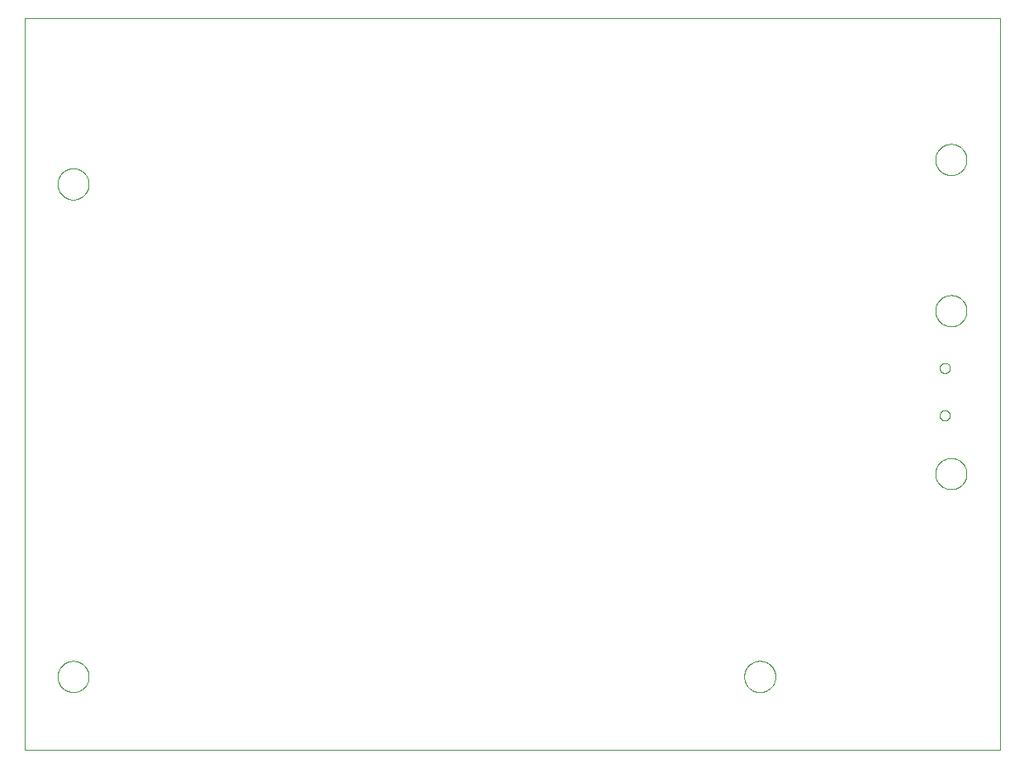
<source format=gko>
G04 EAGLE Gerber RS-274X export*
G75*
%MOMM*%
%FSLAX34Y34*%
%LPD*%
%INOutline*%
%IPPOS*%
%AMOC8*
5,1,8,0,0,1.08239X$1,22.5*%
G01*
%ADD10C,0.000000*%


D10*
X0Y0D02*
X1000000Y0D01*
X1000000Y750000D01*
X0Y750000D01*
X0Y0D01*
X34000Y75000D02*
X34005Y75393D01*
X34019Y75785D01*
X34043Y76177D01*
X34077Y76568D01*
X34120Y76959D01*
X34173Y77348D01*
X34236Y77735D01*
X34307Y78121D01*
X34389Y78506D01*
X34479Y78888D01*
X34580Y79267D01*
X34689Y79645D01*
X34808Y80019D01*
X34935Y80390D01*
X35072Y80758D01*
X35218Y81123D01*
X35373Y81484D01*
X35536Y81841D01*
X35708Y82194D01*
X35889Y82542D01*
X36079Y82886D01*
X36276Y83226D01*
X36482Y83560D01*
X36696Y83889D01*
X36919Y84213D01*
X37149Y84531D01*
X37386Y84844D01*
X37632Y85150D01*
X37885Y85451D01*
X38145Y85745D01*
X38412Y86033D01*
X38686Y86314D01*
X38967Y86588D01*
X39255Y86855D01*
X39549Y87115D01*
X39850Y87368D01*
X40156Y87614D01*
X40469Y87851D01*
X40787Y88081D01*
X41111Y88304D01*
X41440Y88518D01*
X41774Y88724D01*
X42114Y88921D01*
X42458Y89111D01*
X42806Y89292D01*
X43159Y89464D01*
X43516Y89627D01*
X43877Y89782D01*
X44242Y89928D01*
X44610Y90065D01*
X44981Y90192D01*
X45355Y90311D01*
X45733Y90420D01*
X46112Y90521D01*
X46494Y90611D01*
X46879Y90693D01*
X47265Y90764D01*
X47652Y90827D01*
X48041Y90880D01*
X48432Y90923D01*
X48823Y90957D01*
X49215Y90981D01*
X49607Y90995D01*
X50000Y91000D01*
X50393Y90995D01*
X50785Y90981D01*
X51177Y90957D01*
X51568Y90923D01*
X51959Y90880D01*
X52348Y90827D01*
X52735Y90764D01*
X53121Y90693D01*
X53506Y90611D01*
X53888Y90521D01*
X54267Y90420D01*
X54645Y90311D01*
X55019Y90192D01*
X55390Y90065D01*
X55758Y89928D01*
X56123Y89782D01*
X56484Y89627D01*
X56841Y89464D01*
X57194Y89292D01*
X57542Y89111D01*
X57886Y88921D01*
X58226Y88724D01*
X58560Y88518D01*
X58889Y88304D01*
X59213Y88081D01*
X59531Y87851D01*
X59844Y87614D01*
X60150Y87368D01*
X60451Y87115D01*
X60745Y86855D01*
X61033Y86588D01*
X61314Y86314D01*
X61588Y86033D01*
X61855Y85745D01*
X62115Y85451D01*
X62368Y85150D01*
X62614Y84844D01*
X62851Y84531D01*
X63081Y84213D01*
X63304Y83889D01*
X63518Y83560D01*
X63724Y83226D01*
X63921Y82886D01*
X64111Y82542D01*
X64292Y82194D01*
X64464Y81841D01*
X64627Y81484D01*
X64782Y81123D01*
X64928Y80758D01*
X65065Y80390D01*
X65192Y80019D01*
X65311Y79645D01*
X65420Y79267D01*
X65521Y78888D01*
X65611Y78506D01*
X65693Y78121D01*
X65764Y77735D01*
X65827Y77348D01*
X65880Y76959D01*
X65923Y76568D01*
X65957Y76177D01*
X65981Y75785D01*
X65995Y75393D01*
X66000Y75000D01*
X65995Y74607D01*
X65981Y74215D01*
X65957Y73823D01*
X65923Y73432D01*
X65880Y73041D01*
X65827Y72652D01*
X65764Y72265D01*
X65693Y71879D01*
X65611Y71494D01*
X65521Y71112D01*
X65420Y70733D01*
X65311Y70355D01*
X65192Y69981D01*
X65065Y69610D01*
X64928Y69242D01*
X64782Y68877D01*
X64627Y68516D01*
X64464Y68159D01*
X64292Y67806D01*
X64111Y67458D01*
X63921Y67114D01*
X63724Y66774D01*
X63518Y66440D01*
X63304Y66111D01*
X63081Y65787D01*
X62851Y65469D01*
X62614Y65156D01*
X62368Y64850D01*
X62115Y64549D01*
X61855Y64255D01*
X61588Y63967D01*
X61314Y63686D01*
X61033Y63412D01*
X60745Y63145D01*
X60451Y62885D01*
X60150Y62632D01*
X59844Y62386D01*
X59531Y62149D01*
X59213Y61919D01*
X58889Y61696D01*
X58560Y61482D01*
X58226Y61276D01*
X57886Y61079D01*
X57542Y60889D01*
X57194Y60708D01*
X56841Y60536D01*
X56484Y60373D01*
X56123Y60218D01*
X55758Y60072D01*
X55390Y59935D01*
X55019Y59808D01*
X54645Y59689D01*
X54267Y59580D01*
X53888Y59479D01*
X53506Y59389D01*
X53121Y59307D01*
X52735Y59236D01*
X52348Y59173D01*
X51959Y59120D01*
X51568Y59077D01*
X51177Y59043D01*
X50785Y59019D01*
X50393Y59005D01*
X50000Y59000D01*
X49607Y59005D01*
X49215Y59019D01*
X48823Y59043D01*
X48432Y59077D01*
X48041Y59120D01*
X47652Y59173D01*
X47265Y59236D01*
X46879Y59307D01*
X46494Y59389D01*
X46112Y59479D01*
X45733Y59580D01*
X45355Y59689D01*
X44981Y59808D01*
X44610Y59935D01*
X44242Y60072D01*
X43877Y60218D01*
X43516Y60373D01*
X43159Y60536D01*
X42806Y60708D01*
X42458Y60889D01*
X42114Y61079D01*
X41774Y61276D01*
X41440Y61482D01*
X41111Y61696D01*
X40787Y61919D01*
X40469Y62149D01*
X40156Y62386D01*
X39850Y62632D01*
X39549Y62885D01*
X39255Y63145D01*
X38967Y63412D01*
X38686Y63686D01*
X38412Y63967D01*
X38145Y64255D01*
X37885Y64549D01*
X37632Y64850D01*
X37386Y65156D01*
X37149Y65469D01*
X36919Y65787D01*
X36696Y66111D01*
X36482Y66440D01*
X36276Y66774D01*
X36079Y67114D01*
X35889Y67458D01*
X35708Y67806D01*
X35536Y68159D01*
X35373Y68516D01*
X35218Y68877D01*
X35072Y69242D01*
X34935Y69610D01*
X34808Y69981D01*
X34689Y70355D01*
X34580Y70733D01*
X34479Y71112D01*
X34389Y71494D01*
X34307Y71879D01*
X34236Y72265D01*
X34173Y72652D01*
X34120Y73041D01*
X34077Y73432D01*
X34043Y73823D01*
X34019Y74215D01*
X34005Y74607D01*
X34000Y75000D01*
X934000Y450000D02*
X934005Y450393D01*
X934019Y450785D01*
X934043Y451177D01*
X934077Y451568D01*
X934120Y451959D01*
X934173Y452348D01*
X934236Y452735D01*
X934307Y453121D01*
X934389Y453506D01*
X934479Y453888D01*
X934580Y454267D01*
X934689Y454645D01*
X934808Y455019D01*
X934935Y455390D01*
X935072Y455758D01*
X935218Y456123D01*
X935373Y456484D01*
X935536Y456841D01*
X935708Y457194D01*
X935889Y457542D01*
X936079Y457886D01*
X936276Y458226D01*
X936482Y458560D01*
X936696Y458889D01*
X936919Y459213D01*
X937149Y459531D01*
X937386Y459844D01*
X937632Y460150D01*
X937885Y460451D01*
X938145Y460745D01*
X938412Y461033D01*
X938686Y461314D01*
X938967Y461588D01*
X939255Y461855D01*
X939549Y462115D01*
X939850Y462368D01*
X940156Y462614D01*
X940469Y462851D01*
X940787Y463081D01*
X941111Y463304D01*
X941440Y463518D01*
X941774Y463724D01*
X942114Y463921D01*
X942458Y464111D01*
X942806Y464292D01*
X943159Y464464D01*
X943516Y464627D01*
X943877Y464782D01*
X944242Y464928D01*
X944610Y465065D01*
X944981Y465192D01*
X945355Y465311D01*
X945733Y465420D01*
X946112Y465521D01*
X946494Y465611D01*
X946879Y465693D01*
X947265Y465764D01*
X947652Y465827D01*
X948041Y465880D01*
X948432Y465923D01*
X948823Y465957D01*
X949215Y465981D01*
X949607Y465995D01*
X950000Y466000D01*
X950393Y465995D01*
X950785Y465981D01*
X951177Y465957D01*
X951568Y465923D01*
X951959Y465880D01*
X952348Y465827D01*
X952735Y465764D01*
X953121Y465693D01*
X953506Y465611D01*
X953888Y465521D01*
X954267Y465420D01*
X954645Y465311D01*
X955019Y465192D01*
X955390Y465065D01*
X955758Y464928D01*
X956123Y464782D01*
X956484Y464627D01*
X956841Y464464D01*
X957194Y464292D01*
X957542Y464111D01*
X957886Y463921D01*
X958226Y463724D01*
X958560Y463518D01*
X958889Y463304D01*
X959213Y463081D01*
X959531Y462851D01*
X959844Y462614D01*
X960150Y462368D01*
X960451Y462115D01*
X960745Y461855D01*
X961033Y461588D01*
X961314Y461314D01*
X961588Y461033D01*
X961855Y460745D01*
X962115Y460451D01*
X962368Y460150D01*
X962614Y459844D01*
X962851Y459531D01*
X963081Y459213D01*
X963304Y458889D01*
X963518Y458560D01*
X963724Y458226D01*
X963921Y457886D01*
X964111Y457542D01*
X964292Y457194D01*
X964464Y456841D01*
X964627Y456484D01*
X964782Y456123D01*
X964928Y455758D01*
X965065Y455390D01*
X965192Y455019D01*
X965311Y454645D01*
X965420Y454267D01*
X965521Y453888D01*
X965611Y453506D01*
X965693Y453121D01*
X965764Y452735D01*
X965827Y452348D01*
X965880Y451959D01*
X965923Y451568D01*
X965957Y451177D01*
X965981Y450785D01*
X965995Y450393D01*
X966000Y450000D01*
X965995Y449607D01*
X965981Y449215D01*
X965957Y448823D01*
X965923Y448432D01*
X965880Y448041D01*
X965827Y447652D01*
X965764Y447265D01*
X965693Y446879D01*
X965611Y446494D01*
X965521Y446112D01*
X965420Y445733D01*
X965311Y445355D01*
X965192Y444981D01*
X965065Y444610D01*
X964928Y444242D01*
X964782Y443877D01*
X964627Y443516D01*
X964464Y443159D01*
X964292Y442806D01*
X964111Y442458D01*
X963921Y442114D01*
X963724Y441774D01*
X963518Y441440D01*
X963304Y441111D01*
X963081Y440787D01*
X962851Y440469D01*
X962614Y440156D01*
X962368Y439850D01*
X962115Y439549D01*
X961855Y439255D01*
X961588Y438967D01*
X961314Y438686D01*
X961033Y438412D01*
X960745Y438145D01*
X960451Y437885D01*
X960150Y437632D01*
X959844Y437386D01*
X959531Y437149D01*
X959213Y436919D01*
X958889Y436696D01*
X958560Y436482D01*
X958226Y436276D01*
X957886Y436079D01*
X957542Y435889D01*
X957194Y435708D01*
X956841Y435536D01*
X956484Y435373D01*
X956123Y435218D01*
X955758Y435072D01*
X955390Y434935D01*
X955019Y434808D01*
X954645Y434689D01*
X954267Y434580D01*
X953888Y434479D01*
X953506Y434389D01*
X953121Y434307D01*
X952735Y434236D01*
X952348Y434173D01*
X951959Y434120D01*
X951568Y434077D01*
X951177Y434043D01*
X950785Y434019D01*
X950393Y434005D01*
X950000Y434000D01*
X949607Y434005D01*
X949215Y434019D01*
X948823Y434043D01*
X948432Y434077D01*
X948041Y434120D01*
X947652Y434173D01*
X947265Y434236D01*
X946879Y434307D01*
X946494Y434389D01*
X946112Y434479D01*
X945733Y434580D01*
X945355Y434689D01*
X944981Y434808D01*
X944610Y434935D01*
X944242Y435072D01*
X943877Y435218D01*
X943516Y435373D01*
X943159Y435536D01*
X942806Y435708D01*
X942458Y435889D01*
X942114Y436079D01*
X941774Y436276D01*
X941440Y436482D01*
X941111Y436696D01*
X940787Y436919D01*
X940469Y437149D01*
X940156Y437386D01*
X939850Y437632D01*
X939549Y437885D01*
X939255Y438145D01*
X938967Y438412D01*
X938686Y438686D01*
X938412Y438967D01*
X938145Y439255D01*
X937885Y439549D01*
X937632Y439850D01*
X937386Y440156D01*
X937149Y440469D01*
X936919Y440787D01*
X936696Y441111D01*
X936482Y441440D01*
X936276Y441774D01*
X936079Y442114D01*
X935889Y442458D01*
X935708Y442806D01*
X935536Y443159D01*
X935373Y443516D01*
X935218Y443877D01*
X935072Y444242D01*
X934935Y444610D01*
X934808Y444981D01*
X934689Y445355D01*
X934580Y445733D01*
X934479Y446112D01*
X934389Y446494D01*
X934307Y446879D01*
X934236Y447265D01*
X934173Y447652D01*
X934120Y448041D01*
X934077Y448432D01*
X934043Y448823D01*
X934019Y449215D01*
X934005Y449607D01*
X934000Y450000D01*
X934000Y283000D02*
X934005Y283393D01*
X934019Y283785D01*
X934043Y284177D01*
X934077Y284568D01*
X934120Y284959D01*
X934173Y285348D01*
X934236Y285735D01*
X934307Y286121D01*
X934389Y286506D01*
X934479Y286888D01*
X934580Y287267D01*
X934689Y287645D01*
X934808Y288019D01*
X934935Y288390D01*
X935072Y288758D01*
X935218Y289123D01*
X935373Y289484D01*
X935536Y289841D01*
X935708Y290194D01*
X935889Y290542D01*
X936079Y290886D01*
X936276Y291226D01*
X936482Y291560D01*
X936696Y291889D01*
X936919Y292213D01*
X937149Y292531D01*
X937386Y292844D01*
X937632Y293150D01*
X937885Y293451D01*
X938145Y293745D01*
X938412Y294033D01*
X938686Y294314D01*
X938967Y294588D01*
X939255Y294855D01*
X939549Y295115D01*
X939850Y295368D01*
X940156Y295614D01*
X940469Y295851D01*
X940787Y296081D01*
X941111Y296304D01*
X941440Y296518D01*
X941774Y296724D01*
X942114Y296921D01*
X942458Y297111D01*
X942806Y297292D01*
X943159Y297464D01*
X943516Y297627D01*
X943877Y297782D01*
X944242Y297928D01*
X944610Y298065D01*
X944981Y298192D01*
X945355Y298311D01*
X945733Y298420D01*
X946112Y298521D01*
X946494Y298611D01*
X946879Y298693D01*
X947265Y298764D01*
X947652Y298827D01*
X948041Y298880D01*
X948432Y298923D01*
X948823Y298957D01*
X949215Y298981D01*
X949607Y298995D01*
X950000Y299000D01*
X950393Y298995D01*
X950785Y298981D01*
X951177Y298957D01*
X951568Y298923D01*
X951959Y298880D01*
X952348Y298827D01*
X952735Y298764D01*
X953121Y298693D01*
X953506Y298611D01*
X953888Y298521D01*
X954267Y298420D01*
X954645Y298311D01*
X955019Y298192D01*
X955390Y298065D01*
X955758Y297928D01*
X956123Y297782D01*
X956484Y297627D01*
X956841Y297464D01*
X957194Y297292D01*
X957542Y297111D01*
X957886Y296921D01*
X958226Y296724D01*
X958560Y296518D01*
X958889Y296304D01*
X959213Y296081D01*
X959531Y295851D01*
X959844Y295614D01*
X960150Y295368D01*
X960451Y295115D01*
X960745Y294855D01*
X961033Y294588D01*
X961314Y294314D01*
X961588Y294033D01*
X961855Y293745D01*
X962115Y293451D01*
X962368Y293150D01*
X962614Y292844D01*
X962851Y292531D01*
X963081Y292213D01*
X963304Y291889D01*
X963518Y291560D01*
X963724Y291226D01*
X963921Y290886D01*
X964111Y290542D01*
X964292Y290194D01*
X964464Y289841D01*
X964627Y289484D01*
X964782Y289123D01*
X964928Y288758D01*
X965065Y288390D01*
X965192Y288019D01*
X965311Y287645D01*
X965420Y287267D01*
X965521Y286888D01*
X965611Y286506D01*
X965693Y286121D01*
X965764Y285735D01*
X965827Y285348D01*
X965880Y284959D01*
X965923Y284568D01*
X965957Y284177D01*
X965981Y283785D01*
X965995Y283393D01*
X966000Y283000D01*
X965995Y282607D01*
X965981Y282215D01*
X965957Y281823D01*
X965923Y281432D01*
X965880Y281041D01*
X965827Y280652D01*
X965764Y280265D01*
X965693Y279879D01*
X965611Y279494D01*
X965521Y279112D01*
X965420Y278733D01*
X965311Y278355D01*
X965192Y277981D01*
X965065Y277610D01*
X964928Y277242D01*
X964782Y276877D01*
X964627Y276516D01*
X964464Y276159D01*
X964292Y275806D01*
X964111Y275458D01*
X963921Y275114D01*
X963724Y274774D01*
X963518Y274440D01*
X963304Y274111D01*
X963081Y273787D01*
X962851Y273469D01*
X962614Y273156D01*
X962368Y272850D01*
X962115Y272549D01*
X961855Y272255D01*
X961588Y271967D01*
X961314Y271686D01*
X961033Y271412D01*
X960745Y271145D01*
X960451Y270885D01*
X960150Y270632D01*
X959844Y270386D01*
X959531Y270149D01*
X959213Y269919D01*
X958889Y269696D01*
X958560Y269482D01*
X958226Y269276D01*
X957886Y269079D01*
X957542Y268889D01*
X957194Y268708D01*
X956841Y268536D01*
X956484Y268373D01*
X956123Y268218D01*
X955758Y268072D01*
X955390Y267935D01*
X955019Y267808D01*
X954645Y267689D01*
X954267Y267580D01*
X953888Y267479D01*
X953506Y267389D01*
X953121Y267307D01*
X952735Y267236D01*
X952348Y267173D01*
X951959Y267120D01*
X951568Y267077D01*
X951177Y267043D01*
X950785Y267019D01*
X950393Y267005D01*
X950000Y267000D01*
X949607Y267005D01*
X949215Y267019D01*
X948823Y267043D01*
X948432Y267077D01*
X948041Y267120D01*
X947652Y267173D01*
X947265Y267236D01*
X946879Y267307D01*
X946494Y267389D01*
X946112Y267479D01*
X945733Y267580D01*
X945355Y267689D01*
X944981Y267808D01*
X944610Y267935D01*
X944242Y268072D01*
X943877Y268218D01*
X943516Y268373D01*
X943159Y268536D01*
X942806Y268708D01*
X942458Y268889D01*
X942114Y269079D01*
X941774Y269276D01*
X941440Y269482D01*
X941111Y269696D01*
X940787Y269919D01*
X940469Y270149D01*
X940156Y270386D01*
X939850Y270632D01*
X939549Y270885D01*
X939255Y271145D01*
X938967Y271412D01*
X938686Y271686D01*
X938412Y271967D01*
X938145Y272255D01*
X937885Y272549D01*
X937632Y272850D01*
X937386Y273156D01*
X937149Y273469D01*
X936919Y273787D01*
X936696Y274111D01*
X936482Y274440D01*
X936276Y274774D01*
X936079Y275114D01*
X935889Y275458D01*
X935708Y275806D01*
X935536Y276159D01*
X935373Y276516D01*
X935218Y276877D01*
X935072Y277242D01*
X934935Y277610D01*
X934808Y277981D01*
X934689Y278355D01*
X934580Y278733D01*
X934479Y279112D01*
X934389Y279494D01*
X934307Y279879D01*
X934236Y280265D01*
X934173Y280652D01*
X934120Y281041D01*
X934077Y281432D01*
X934043Y281823D01*
X934019Y282215D01*
X934005Y282607D01*
X934000Y283000D01*
X738000Y75000D02*
X738005Y75393D01*
X738019Y75785D01*
X738043Y76177D01*
X738077Y76568D01*
X738120Y76959D01*
X738173Y77348D01*
X738236Y77735D01*
X738307Y78121D01*
X738389Y78506D01*
X738479Y78888D01*
X738580Y79267D01*
X738689Y79645D01*
X738808Y80019D01*
X738935Y80390D01*
X739072Y80758D01*
X739218Y81123D01*
X739373Y81484D01*
X739536Y81841D01*
X739708Y82194D01*
X739889Y82542D01*
X740079Y82886D01*
X740276Y83226D01*
X740482Y83560D01*
X740696Y83889D01*
X740919Y84213D01*
X741149Y84531D01*
X741386Y84844D01*
X741632Y85150D01*
X741885Y85451D01*
X742145Y85745D01*
X742412Y86033D01*
X742686Y86314D01*
X742967Y86588D01*
X743255Y86855D01*
X743549Y87115D01*
X743850Y87368D01*
X744156Y87614D01*
X744469Y87851D01*
X744787Y88081D01*
X745111Y88304D01*
X745440Y88518D01*
X745774Y88724D01*
X746114Y88921D01*
X746458Y89111D01*
X746806Y89292D01*
X747159Y89464D01*
X747516Y89627D01*
X747877Y89782D01*
X748242Y89928D01*
X748610Y90065D01*
X748981Y90192D01*
X749355Y90311D01*
X749733Y90420D01*
X750112Y90521D01*
X750494Y90611D01*
X750879Y90693D01*
X751265Y90764D01*
X751652Y90827D01*
X752041Y90880D01*
X752432Y90923D01*
X752823Y90957D01*
X753215Y90981D01*
X753607Y90995D01*
X754000Y91000D01*
X754393Y90995D01*
X754785Y90981D01*
X755177Y90957D01*
X755568Y90923D01*
X755959Y90880D01*
X756348Y90827D01*
X756735Y90764D01*
X757121Y90693D01*
X757506Y90611D01*
X757888Y90521D01*
X758267Y90420D01*
X758645Y90311D01*
X759019Y90192D01*
X759390Y90065D01*
X759758Y89928D01*
X760123Y89782D01*
X760484Y89627D01*
X760841Y89464D01*
X761194Y89292D01*
X761542Y89111D01*
X761886Y88921D01*
X762226Y88724D01*
X762560Y88518D01*
X762889Y88304D01*
X763213Y88081D01*
X763531Y87851D01*
X763844Y87614D01*
X764150Y87368D01*
X764451Y87115D01*
X764745Y86855D01*
X765033Y86588D01*
X765314Y86314D01*
X765588Y86033D01*
X765855Y85745D01*
X766115Y85451D01*
X766368Y85150D01*
X766614Y84844D01*
X766851Y84531D01*
X767081Y84213D01*
X767304Y83889D01*
X767518Y83560D01*
X767724Y83226D01*
X767921Y82886D01*
X768111Y82542D01*
X768292Y82194D01*
X768464Y81841D01*
X768627Y81484D01*
X768782Y81123D01*
X768928Y80758D01*
X769065Y80390D01*
X769192Y80019D01*
X769311Y79645D01*
X769420Y79267D01*
X769521Y78888D01*
X769611Y78506D01*
X769693Y78121D01*
X769764Y77735D01*
X769827Y77348D01*
X769880Y76959D01*
X769923Y76568D01*
X769957Y76177D01*
X769981Y75785D01*
X769995Y75393D01*
X770000Y75000D01*
X769995Y74607D01*
X769981Y74215D01*
X769957Y73823D01*
X769923Y73432D01*
X769880Y73041D01*
X769827Y72652D01*
X769764Y72265D01*
X769693Y71879D01*
X769611Y71494D01*
X769521Y71112D01*
X769420Y70733D01*
X769311Y70355D01*
X769192Y69981D01*
X769065Y69610D01*
X768928Y69242D01*
X768782Y68877D01*
X768627Y68516D01*
X768464Y68159D01*
X768292Y67806D01*
X768111Y67458D01*
X767921Y67114D01*
X767724Y66774D01*
X767518Y66440D01*
X767304Y66111D01*
X767081Y65787D01*
X766851Y65469D01*
X766614Y65156D01*
X766368Y64850D01*
X766115Y64549D01*
X765855Y64255D01*
X765588Y63967D01*
X765314Y63686D01*
X765033Y63412D01*
X764745Y63145D01*
X764451Y62885D01*
X764150Y62632D01*
X763844Y62386D01*
X763531Y62149D01*
X763213Y61919D01*
X762889Y61696D01*
X762560Y61482D01*
X762226Y61276D01*
X761886Y61079D01*
X761542Y60889D01*
X761194Y60708D01*
X760841Y60536D01*
X760484Y60373D01*
X760123Y60218D01*
X759758Y60072D01*
X759390Y59935D01*
X759019Y59808D01*
X758645Y59689D01*
X758267Y59580D01*
X757888Y59479D01*
X757506Y59389D01*
X757121Y59307D01*
X756735Y59236D01*
X756348Y59173D01*
X755959Y59120D01*
X755568Y59077D01*
X755177Y59043D01*
X754785Y59019D01*
X754393Y59005D01*
X754000Y59000D01*
X753607Y59005D01*
X753215Y59019D01*
X752823Y59043D01*
X752432Y59077D01*
X752041Y59120D01*
X751652Y59173D01*
X751265Y59236D01*
X750879Y59307D01*
X750494Y59389D01*
X750112Y59479D01*
X749733Y59580D01*
X749355Y59689D01*
X748981Y59808D01*
X748610Y59935D01*
X748242Y60072D01*
X747877Y60218D01*
X747516Y60373D01*
X747159Y60536D01*
X746806Y60708D01*
X746458Y60889D01*
X746114Y61079D01*
X745774Y61276D01*
X745440Y61482D01*
X745111Y61696D01*
X744787Y61919D01*
X744469Y62149D01*
X744156Y62386D01*
X743850Y62632D01*
X743549Y62885D01*
X743255Y63145D01*
X742967Y63412D01*
X742686Y63686D01*
X742412Y63967D01*
X742145Y64255D01*
X741885Y64549D01*
X741632Y64850D01*
X741386Y65156D01*
X741149Y65469D01*
X740919Y65787D01*
X740696Y66111D01*
X740482Y66440D01*
X740276Y66774D01*
X740079Y67114D01*
X739889Y67458D01*
X739708Y67806D01*
X739536Y68159D01*
X739373Y68516D01*
X739218Y68877D01*
X739072Y69242D01*
X738935Y69610D01*
X738808Y69981D01*
X738689Y70355D01*
X738580Y70733D01*
X738479Y71112D01*
X738389Y71494D01*
X738307Y71879D01*
X738236Y72265D01*
X738173Y72652D01*
X738120Y73041D01*
X738077Y73432D01*
X738043Y73823D01*
X738019Y74215D01*
X738005Y74607D01*
X738000Y75000D01*
X34000Y580000D02*
X34005Y580393D01*
X34019Y580785D01*
X34043Y581177D01*
X34077Y581568D01*
X34120Y581959D01*
X34173Y582348D01*
X34236Y582735D01*
X34307Y583121D01*
X34389Y583506D01*
X34479Y583888D01*
X34580Y584267D01*
X34689Y584645D01*
X34808Y585019D01*
X34935Y585390D01*
X35072Y585758D01*
X35218Y586123D01*
X35373Y586484D01*
X35536Y586841D01*
X35708Y587194D01*
X35889Y587542D01*
X36079Y587886D01*
X36276Y588226D01*
X36482Y588560D01*
X36696Y588889D01*
X36919Y589213D01*
X37149Y589531D01*
X37386Y589844D01*
X37632Y590150D01*
X37885Y590451D01*
X38145Y590745D01*
X38412Y591033D01*
X38686Y591314D01*
X38967Y591588D01*
X39255Y591855D01*
X39549Y592115D01*
X39850Y592368D01*
X40156Y592614D01*
X40469Y592851D01*
X40787Y593081D01*
X41111Y593304D01*
X41440Y593518D01*
X41774Y593724D01*
X42114Y593921D01*
X42458Y594111D01*
X42806Y594292D01*
X43159Y594464D01*
X43516Y594627D01*
X43877Y594782D01*
X44242Y594928D01*
X44610Y595065D01*
X44981Y595192D01*
X45355Y595311D01*
X45733Y595420D01*
X46112Y595521D01*
X46494Y595611D01*
X46879Y595693D01*
X47265Y595764D01*
X47652Y595827D01*
X48041Y595880D01*
X48432Y595923D01*
X48823Y595957D01*
X49215Y595981D01*
X49607Y595995D01*
X50000Y596000D01*
X50393Y595995D01*
X50785Y595981D01*
X51177Y595957D01*
X51568Y595923D01*
X51959Y595880D01*
X52348Y595827D01*
X52735Y595764D01*
X53121Y595693D01*
X53506Y595611D01*
X53888Y595521D01*
X54267Y595420D01*
X54645Y595311D01*
X55019Y595192D01*
X55390Y595065D01*
X55758Y594928D01*
X56123Y594782D01*
X56484Y594627D01*
X56841Y594464D01*
X57194Y594292D01*
X57542Y594111D01*
X57886Y593921D01*
X58226Y593724D01*
X58560Y593518D01*
X58889Y593304D01*
X59213Y593081D01*
X59531Y592851D01*
X59844Y592614D01*
X60150Y592368D01*
X60451Y592115D01*
X60745Y591855D01*
X61033Y591588D01*
X61314Y591314D01*
X61588Y591033D01*
X61855Y590745D01*
X62115Y590451D01*
X62368Y590150D01*
X62614Y589844D01*
X62851Y589531D01*
X63081Y589213D01*
X63304Y588889D01*
X63518Y588560D01*
X63724Y588226D01*
X63921Y587886D01*
X64111Y587542D01*
X64292Y587194D01*
X64464Y586841D01*
X64627Y586484D01*
X64782Y586123D01*
X64928Y585758D01*
X65065Y585390D01*
X65192Y585019D01*
X65311Y584645D01*
X65420Y584267D01*
X65521Y583888D01*
X65611Y583506D01*
X65693Y583121D01*
X65764Y582735D01*
X65827Y582348D01*
X65880Y581959D01*
X65923Y581568D01*
X65957Y581177D01*
X65981Y580785D01*
X65995Y580393D01*
X66000Y580000D01*
X65995Y579607D01*
X65981Y579215D01*
X65957Y578823D01*
X65923Y578432D01*
X65880Y578041D01*
X65827Y577652D01*
X65764Y577265D01*
X65693Y576879D01*
X65611Y576494D01*
X65521Y576112D01*
X65420Y575733D01*
X65311Y575355D01*
X65192Y574981D01*
X65065Y574610D01*
X64928Y574242D01*
X64782Y573877D01*
X64627Y573516D01*
X64464Y573159D01*
X64292Y572806D01*
X64111Y572458D01*
X63921Y572114D01*
X63724Y571774D01*
X63518Y571440D01*
X63304Y571111D01*
X63081Y570787D01*
X62851Y570469D01*
X62614Y570156D01*
X62368Y569850D01*
X62115Y569549D01*
X61855Y569255D01*
X61588Y568967D01*
X61314Y568686D01*
X61033Y568412D01*
X60745Y568145D01*
X60451Y567885D01*
X60150Y567632D01*
X59844Y567386D01*
X59531Y567149D01*
X59213Y566919D01*
X58889Y566696D01*
X58560Y566482D01*
X58226Y566276D01*
X57886Y566079D01*
X57542Y565889D01*
X57194Y565708D01*
X56841Y565536D01*
X56484Y565373D01*
X56123Y565218D01*
X55758Y565072D01*
X55390Y564935D01*
X55019Y564808D01*
X54645Y564689D01*
X54267Y564580D01*
X53888Y564479D01*
X53506Y564389D01*
X53121Y564307D01*
X52735Y564236D01*
X52348Y564173D01*
X51959Y564120D01*
X51568Y564077D01*
X51177Y564043D01*
X50785Y564019D01*
X50393Y564005D01*
X50000Y564000D01*
X49607Y564005D01*
X49215Y564019D01*
X48823Y564043D01*
X48432Y564077D01*
X48041Y564120D01*
X47652Y564173D01*
X47265Y564236D01*
X46879Y564307D01*
X46494Y564389D01*
X46112Y564479D01*
X45733Y564580D01*
X45355Y564689D01*
X44981Y564808D01*
X44610Y564935D01*
X44242Y565072D01*
X43877Y565218D01*
X43516Y565373D01*
X43159Y565536D01*
X42806Y565708D01*
X42458Y565889D01*
X42114Y566079D01*
X41774Y566276D01*
X41440Y566482D01*
X41111Y566696D01*
X40787Y566919D01*
X40469Y567149D01*
X40156Y567386D01*
X39850Y567632D01*
X39549Y567885D01*
X39255Y568145D01*
X38967Y568412D01*
X38686Y568686D01*
X38412Y568967D01*
X38145Y569255D01*
X37885Y569549D01*
X37632Y569850D01*
X37386Y570156D01*
X37149Y570469D01*
X36919Y570787D01*
X36696Y571111D01*
X36482Y571440D01*
X36276Y571774D01*
X36079Y572114D01*
X35889Y572458D01*
X35708Y572806D01*
X35536Y573159D01*
X35373Y573516D01*
X35218Y573877D01*
X35072Y574242D01*
X34935Y574610D01*
X34808Y574981D01*
X34689Y575355D01*
X34580Y575733D01*
X34479Y576112D01*
X34389Y576494D01*
X34307Y576879D01*
X34236Y577265D01*
X34173Y577652D01*
X34120Y578041D01*
X34077Y578432D01*
X34043Y578823D01*
X34019Y579215D01*
X34005Y579607D01*
X34000Y580000D01*
X934000Y605000D02*
X934005Y605393D01*
X934019Y605785D01*
X934043Y606177D01*
X934077Y606568D01*
X934120Y606959D01*
X934173Y607348D01*
X934236Y607735D01*
X934307Y608121D01*
X934389Y608506D01*
X934479Y608888D01*
X934580Y609267D01*
X934689Y609645D01*
X934808Y610019D01*
X934935Y610390D01*
X935072Y610758D01*
X935218Y611123D01*
X935373Y611484D01*
X935536Y611841D01*
X935708Y612194D01*
X935889Y612542D01*
X936079Y612886D01*
X936276Y613226D01*
X936482Y613560D01*
X936696Y613889D01*
X936919Y614213D01*
X937149Y614531D01*
X937386Y614844D01*
X937632Y615150D01*
X937885Y615451D01*
X938145Y615745D01*
X938412Y616033D01*
X938686Y616314D01*
X938967Y616588D01*
X939255Y616855D01*
X939549Y617115D01*
X939850Y617368D01*
X940156Y617614D01*
X940469Y617851D01*
X940787Y618081D01*
X941111Y618304D01*
X941440Y618518D01*
X941774Y618724D01*
X942114Y618921D01*
X942458Y619111D01*
X942806Y619292D01*
X943159Y619464D01*
X943516Y619627D01*
X943877Y619782D01*
X944242Y619928D01*
X944610Y620065D01*
X944981Y620192D01*
X945355Y620311D01*
X945733Y620420D01*
X946112Y620521D01*
X946494Y620611D01*
X946879Y620693D01*
X947265Y620764D01*
X947652Y620827D01*
X948041Y620880D01*
X948432Y620923D01*
X948823Y620957D01*
X949215Y620981D01*
X949607Y620995D01*
X950000Y621000D01*
X950393Y620995D01*
X950785Y620981D01*
X951177Y620957D01*
X951568Y620923D01*
X951959Y620880D01*
X952348Y620827D01*
X952735Y620764D01*
X953121Y620693D01*
X953506Y620611D01*
X953888Y620521D01*
X954267Y620420D01*
X954645Y620311D01*
X955019Y620192D01*
X955390Y620065D01*
X955758Y619928D01*
X956123Y619782D01*
X956484Y619627D01*
X956841Y619464D01*
X957194Y619292D01*
X957542Y619111D01*
X957886Y618921D01*
X958226Y618724D01*
X958560Y618518D01*
X958889Y618304D01*
X959213Y618081D01*
X959531Y617851D01*
X959844Y617614D01*
X960150Y617368D01*
X960451Y617115D01*
X960745Y616855D01*
X961033Y616588D01*
X961314Y616314D01*
X961588Y616033D01*
X961855Y615745D01*
X962115Y615451D01*
X962368Y615150D01*
X962614Y614844D01*
X962851Y614531D01*
X963081Y614213D01*
X963304Y613889D01*
X963518Y613560D01*
X963724Y613226D01*
X963921Y612886D01*
X964111Y612542D01*
X964292Y612194D01*
X964464Y611841D01*
X964627Y611484D01*
X964782Y611123D01*
X964928Y610758D01*
X965065Y610390D01*
X965192Y610019D01*
X965311Y609645D01*
X965420Y609267D01*
X965521Y608888D01*
X965611Y608506D01*
X965693Y608121D01*
X965764Y607735D01*
X965827Y607348D01*
X965880Y606959D01*
X965923Y606568D01*
X965957Y606177D01*
X965981Y605785D01*
X965995Y605393D01*
X966000Y605000D01*
X965995Y604607D01*
X965981Y604215D01*
X965957Y603823D01*
X965923Y603432D01*
X965880Y603041D01*
X965827Y602652D01*
X965764Y602265D01*
X965693Y601879D01*
X965611Y601494D01*
X965521Y601112D01*
X965420Y600733D01*
X965311Y600355D01*
X965192Y599981D01*
X965065Y599610D01*
X964928Y599242D01*
X964782Y598877D01*
X964627Y598516D01*
X964464Y598159D01*
X964292Y597806D01*
X964111Y597458D01*
X963921Y597114D01*
X963724Y596774D01*
X963518Y596440D01*
X963304Y596111D01*
X963081Y595787D01*
X962851Y595469D01*
X962614Y595156D01*
X962368Y594850D01*
X962115Y594549D01*
X961855Y594255D01*
X961588Y593967D01*
X961314Y593686D01*
X961033Y593412D01*
X960745Y593145D01*
X960451Y592885D01*
X960150Y592632D01*
X959844Y592386D01*
X959531Y592149D01*
X959213Y591919D01*
X958889Y591696D01*
X958560Y591482D01*
X958226Y591276D01*
X957886Y591079D01*
X957542Y590889D01*
X957194Y590708D01*
X956841Y590536D01*
X956484Y590373D01*
X956123Y590218D01*
X955758Y590072D01*
X955390Y589935D01*
X955019Y589808D01*
X954645Y589689D01*
X954267Y589580D01*
X953888Y589479D01*
X953506Y589389D01*
X953121Y589307D01*
X952735Y589236D01*
X952348Y589173D01*
X951959Y589120D01*
X951568Y589077D01*
X951177Y589043D01*
X950785Y589019D01*
X950393Y589005D01*
X950000Y589000D01*
X949607Y589005D01*
X949215Y589019D01*
X948823Y589043D01*
X948432Y589077D01*
X948041Y589120D01*
X947652Y589173D01*
X947265Y589236D01*
X946879Y589307D01*
X946494Y589389D01*
X946112Y589479D01*
X945733Y589580D01*
X945355Y589689D01*
X944981Y589808D01*
X944610Y589935D01*
X944242Y590072D01*
X943877Y590218D01*
X943516Y590373D01*
X943159Y590536D01*
X942806Y590708D01*
X942458Y590889D01*
X942114Y591079D01*
X941774Y591276D01*
X941440Y591482D01*
X941111Y591696D01*
X940787Y591919D01*
X940469Y592149D01*
X940156Y592386D01*
X939850Y592632D01*
X939549Y592885D01*
X939255Y593145D01*
X938967Y593412D01*
X938686Y593686D01*
X938412Y593967D01*
X938145Y594255D01*
X937885Y594549D01*
X937632Y594850D01*
X937386Y595156D01*
X937149Y595469D01*
X936919Y595787D01*
X936696Y596111D01*
X936482Y596440D01*
X936276Y596774D01*
X936079Y597114D01*
X935889Y597458D01*
X935708Y597806D01*
X935536Y598159D01*
X935373Y598516D01*
X935218Y598877D01*
X935072Y599242D01*
X934935Y599610D01*
X934808Y599981D01*
X934689Y600355D01*
X934580Y600733D01*
X934479Y601112D01*
X934389Y601494D01*
X934307Y601879D01*
X934236Y602265D01*
X934173Y602652D01*
X934120Y603041D01*
X934077Y603432D01*
X934043Y603823D01*
X934019Y604215D01*
X934005Y604607D01*
X934000Y605000D01*
X938450Y342750D02*
X938452Y342895D01*
X938458Y343039D01*
X938468Y343184D01*
X938482Y343328D01*
X938500Y343471D01*
X938522Y343614D01*
X938547Y343756D01*
X938577Y343898D01*
X938611Y344039D01*
X938648Y344179D01*
X938689Y344317D01*
X938734Y344455D01*
X938783Y344591D01*
X938836Y344726D01*
X938892Y344859D01*
X938952Y344991D01*
X939016Y345121D01*
X939083Y345249D01*
X939153Y345375D01*
X939227Y345499D01*
X939305Y345621D01*
X939386Y345741D01*
X939470Y345859D01*
X939557Y345975D01*
X939647Y346088D01*
X939741Y346198D01*
X939837Y346306D01*
X939937Y346411D01*
X940039Y346513D01*
X940144Y346613D01*
X940252Y346709D01*
X940362Y346803D01*
X940475Y346893D01*
X940591Y346980D01*
X940709Y347064D01*
X940829Y347145D01*
X940951Y347223D01*
X941075Y347297D01*
X941201Y347367D01*
X941329Y347434D01*
X941459Y347498D01*
X941591Y347558D01*
X941724Y347614D01*
X941859Y347667D01*
X941995Y347716D01*
X942133Y347761D01*
X942271Y347802D01*
X942411Y347839D01*
X942552Y347873D01*
X942694Y347903D01*
X942836Y347928D01*
X942979Y347950D01*
X943122Y347968D01*
X943266Y347982D01*
X943411Y347992D01*
X943555Y347998D01*
X943700Y348000D01*
X943845Y347998D01*
X943989Y347992D01*
X944134Y347982D01*
X944278Y347968D01*
X944421Y347950D01*
X944564Y347928D01*
X944706Y347903D01*
X944848Y347873D01*
X944989Y347839D01*
X945129Y347802D01*
X945267Y347761D01*
X945405Y347716D01*
X945541Y347667D01*
X945676Y347614D01*
X945809Y347558D01*
X945941Y347498D01*
X946071Y347434D01*
X946199Y347367D01*
X946325Y347297D01*
X946449Y347223D01*
X946571Y347145D01*
X946691Y347064D01*
X946809Y346980D01*
X946925Y346893D01*
X947038Y346803D01*
X947148Y346709D01*
X947256Y346613D01*
X947361Y346513D01*
X947463Y346411D01*
X947563Y346306D01*
X947659Y346198D01*
X947753Y346088D01*
X947843Y345975D01*
X947930Y345859D01*
X948014Y345741D01*
X948095Y345621D01*
X948173Y345499D01*
X948247Y345375D01*
X948317Y345249D01*
X948384Y345121D01*
X948448Y344991D01*
X948508Y344859D01*
X948564Y344726D01*
X948617Y344591D01*
X948666Y344455D01*
X948711Y344317D01*
X948752Y344179D01*
X948789Y344039D01*
X948823Y343898D01*
X948853Y343756D01*
X948878Y343614D01*
X948900Y343471D01*
X948918Y343328D01*
X948932Y343184D01*
X948942Y343039D01*
X948948Y342895D01*
X948950Y342750D01*
X948948Y342605D01*
X948942Y342461D01*
X948932Y342316D01*
X948918Y342172D01*
X948900Y342029D01*
X948878Y341886D01*
X948853Y341744D01*
X948823Y341602D01*
X948789Y341461D01*
X948752Y341321D01*
X948711Y341183D01*
X948666Y341045D01*
X948617Y340909D01*
X948564Y340774D01*
X948508Y340641D01*
X948448Y340509D01*
X948384Y340379D01*
X948317Y340251D01*
X948247Y340125D01*
X948173Y340001D01*
X948095Y339879D01*
X948014Y339759D01*
X947930Y339641D01*
X947843Y339525D01*
X947753Y339412D01*
X947659Y339302D01*
X947563Y339194D01*
X947463Y339089D01*
X947361Y338987D01*
X947256Y338887D01*
X947148Y338791D01*
X947038Y338697D01*
X946925Y338607D01*
X946809Y338520D01*
X946691Y338436D01*
X946571Y338355D01*
X946449Y338277D01*
X946325Y338203D01*
X946199Y338133D01*
X946071Y338066D01*
X945941Y338002D01*
X945809Y337942D01*
X945676Y337886D01*
X945541Y337833D01*
X945405Y337784D01*
X945267Y337739D01*
X945129Y337698D01*
X944989Y337661D01*
X944848Y337627D01*
X944706Y337597D01*
X944564Y337572D01*
X944421Y337550D01*
X944278Y337532D01*
X944134Y337518D01*
X943989Y337508D01*
X943845Y337502D01*
X943700Y337500D01*
X943555Y337502D01*
X943411Y337508D01*
X943266Y337518D01*
X943122Y337532D01*
X942979Y337550D01*
X942836Y337572D01*
X942694Y337597D01*
X942552Y337627D01*
X942411Y337661D01*
X942271Y337698D01*
X942133Y337739D01*
X941995Y337784D01*
X941859Y337833D01*
X941724Y337886D01*
X941591Y337942D01*
X941459Y338002D01*
X941329Y338066D01*
X941201Y338133D01*
X941075Y338203D01*
X940951Y338277D01*
X940829Y338355D01*
X940709Y338436D01*
X940591Y338520D01*
X940475Y338607D01*
X940362Y338697D01*
X940252Y338791D01*
X940144Y338887D01*
X940039Y338987D01*
X939937Y339089D01*
X939837Y339194D01*
X939741Y339302D01*
X939647Y339412D01*
X939557Y339525D01*
X939470Y339641D01*
X939386Y339759D01*
X939305Y339879D01*
X939227Y340001D01*
X939153Y340125D01*
X939083Y340251D01*
X939016Y340379D01*
X938952Y340509D01*
X938892Y340641D01*
X938836Y340774D01*
X938783Y340909D01*
X938734Y341045D01*
X938689Y341183D01*
X938648Y341321D01*
X938611Y341461D01*
X938577Y341602D01*
X938547Y341744D01*
X938522Y341886D01*
X938500Y342029D01*
X938482Y342172D01*
X938468Y342316D01*
X938458Y342461D01*
X938452Y342605D01*
X938450Y342750D01*
X938450Y391250D02*
X938452Y391395D01*
X938458Y391539D01*
X938468Y391684D01*
X938482Y391828D01*
X938500Y391971D01*
X938522Y392114D01*
X938547Y392256D01*
X938577Y392398D01*
X938611Y392539D01*
X938648Y392679D01*
X938689Y392817D01*
X938734Y392955D01*
X938783Y393091D01*
X938836Y393226D01*
X938892Y393359D01*
X938952Y393491D01*
X939016Y393621D01*
X939083Y393749D01*
X939153Y393875D01*
X939227Y393999D01*
X939305Y394121D01*
X939386Y394241D01*
X939470Y394359D01*
X939557Y394475D01*
X939647Y394588D01*
X939741Y394698D01*
X939837Y394806D01*
X939937Y394911D01*
X940039Y395013D01*
X940144Y395113D01*
X940252Y395209D01*
X940362Y395303D01*
X940475Y395393D01*
X940591Y395480D01*
X940709Y395564D01*
X940829Y395645D01*
X940951Y395723D01*
X941075Y395797D01*
X941201Y395867D01*
X941329Y395934D01*
X941459Y395998D01*
X941591Y396058D01*
X941724Y396114D01*
X941859Y396167D01*
X941995Y396216D01*
X942133Y396261D01*
X942271Y396302D01*
X942411Y396339D01*
X942552Y396373D01*
X942694Y396403D01*
X942836Y396428D01*
X942979Y396450D01*
X943122Y396468D01*
X943266Y396482D01*
X943411Y396492D01*
X943555Y396498D01*
X943700Y396500D01*
X943845Y396498D01*
X943989Y396492D01*
X944134Y396482D01*
X944278Y396468D01*
X944421Y396450D01*
X944564Y396428D01*
X944706Y396403D01*
X944848Y396373D01*
X944989Y396339D01*
X945129Y396302D01*
X945267Y396261D01*
X945405Y396216D01*
X945541Y396167D01*
X945676Y396114D01*
X945809Y396058D01*
X945941Y395998D01*
X946071Y395934D01*
X946199Y395867D01*
X946325Y395797D01*
X946449Y395723D01*
X946571Y395645D01*
X946691Y395564D01*
X946809Y395480D01*
X946925Y395393D01*
X947038Y395303D01*
X947148Y395209D01*
X947256Y395113D01*
X947361Y395013D01*
X947463Y394911D01*
X947563Y394806D01*
X947659Y394698D01*
X947753Y394588D01*
X947843Y394475D01*
X947930Y394359D01*
X948014Y394241D01*
X948095Y394121D01*
X948173Y393999D01*
X948247Y393875D01*
X948317Y393749D01*
X948384Y393621D01*
X948448Y393491D01*
X948508Y393359D01*
X948564Y393226D01*
X948617Y393091D01*
X948666Y392955D01*
X948711Y392817D01*
X948752Y392679D01*
X948789Y392539D01*
X948823Y392398D01*
X948853Y392256D01*
X948878Y392114D01*
X948900Y391971D01*
X948918Y391828D01*
X948932Y391684D01*
X948942Y391539D01*
X948948Y391395D01*
X948950Y391250D01*
X948948Y391105D01*
X948942Y390961D01*
X948932Y390816D01*
X948918Y390672D01*
X948900Y390529D01*
X948878Y390386D01*
X948853Y390244D01*
X948823Y390102D01*
X948789Y389961D01*
X948752Y389821D01*
X948711Y389683D01*
X948666Y389545D01*
X948617Y389409D01*
X948564Y389274D01*
X948508Y389141D01*
X948448Y389009D01*
X948384Y388879D01*
X948317Y388751D01*
X948247Y388625D01*
X948173Y388501D01*
X948095Y388379D01*
X948014Y388259D01*
X947930Y388141D01*
X947843Y388025D01*
X947753Y387912D01*
X947659Y387802D01*
X947563Y387694D01*
X947463Y387589D01*
X947361Y387487D01*
X947256Y387387D01*
X947148Y387291D01*
X947038Y387197D01*
X946925Y387107D01*
X946809Y387020D01*
X946691Y386936D01*
X946571Y386855D01*
X946449Y386777D01*
X946325Y386703D01*
X946199Y386633D01*
X946071Y386566D01*
X945941Y386502D01*
X945809Y386442D01*
X945676Y386386D01*
X945541Y386333D01*
X945405Y386284D01*
X945267Y386239D01*
X945129Y386198D01*
X944989Y386161D01*
X944848Y386127D01*
X944706Y386097D01*
X944564Y386072D01*
X944421Y386050D01*
X944278Y386032D01*
X944134Y386018D01*
X943989Y386008D01*
X943845Y386002D01*
X943700Y386000D01*
X943555Y386002D01*
X943411Y386008D01*
X943266Y386018D01*
X943122Y386032D01*
X942979Y386050D01*
X942836Y386072D01*
X942694Y386097D01*
X942552Y386127D01*
X942411Y386161D01*
X942271Y386198D01*
X942133Y386239D01*
X941995Y386284D01*
X941859Y386333D01*
X941724Y386386D01*
X941591Y386442D01*
X941459Y386502D01*
X941329Y386566D01*
X941201Y386633D01*
X941075Y386703D01*
X940951Y386777D01*
X940829Y386855D01*
X940709Y386936D01*
X940591Y387020D01*
X940475Y387107D01*
X940362Y387197D01*
X940252Y387291D01*
X940144Y387387D01*
X940039Y387487D01*
X939937Y387589D01*
X939837Y387694D01*
X939741Y387802D01*
X939647Y387912D01*
X939557Y388025D01*
X939470Y388141D01*
X939386Y388259D01*
X939305Y388379D01*
X939227Y388501D01*
X939153Y388625D01*
X939083Y388751D01*
X939016Y388879D01*
X938952Y389009D01*
X938892Y389141D01*
X938836Y389274D01*
X938783Y389409D01*
X938734Y389545D01*
X938689Y389683D01*
X938648Y389821D01*
X938611Y389961D01*
X938577Y390102D01*
X938547Y390244D01*
X938522Y390386D01*
X938500Y390529D01*
X938482Y390672D01*
X938468Y390816D01*
X938458Y390961D01*
X938452Y391105D01*
X938450Y391250D01*
M02*

</source>
